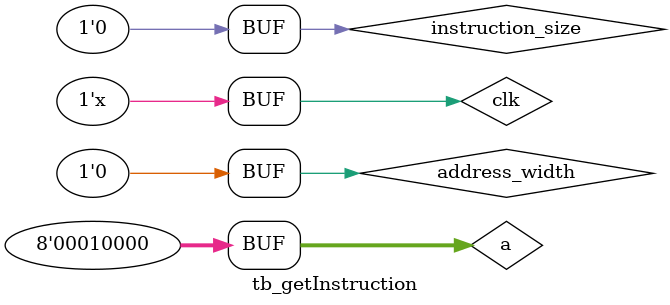
<source format=sv>
`timescale 1 ps / 1 ps

module tb_getInstruction();
logic address_width = 8; 
logic instruction_size  = 8;

logic[7:0] a;
logic[7:0] d;
logic clk;

getInstruction #( 8, 8) UUT(clk,a,d);

initial begin 
	$display("getInstruction TB...");
	a = 0;
	clk <= 0;
	#1 clk <= ~clk;
	#1 clk <= ~clk;
	
	a = 4;
	
	#1 clk <= ~clk;
	#1 clk <= ~clk;
	
	a = 159992;
	
	#1 clk <= ~clk;
	#1 clk <= ~clk;
	
	a = 12;
	
	#1 clk <= ~clk;
	#1 clk <= ~clk;
	
	a = 16;
	
	#1 clk <= ~clk;
	#1 clk <= ~clk;

end
endmodule


</source>
